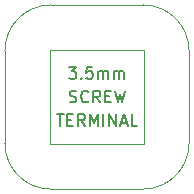
<source format=gbr>
%TF.GenerationSoftware,KiCad,Pcbnew,4.0.5-e0-6337~49~ubuntu16.04.1*%
%TF.CreationDate,2017-01-18T22:20:09-08:00*%
%TF.ProjectId,2x2-Screw-Terminal-3.5mm-Pitch,3278322D53637265772D5465726D696E,1.0*%
%TF.FileFunction,Other,Fab,Top*%
%FSLAX46Y46*%
G04 Gerber Fmt 4.6, Leading zero omitted, Abs format (unit mm)*
G04 Created by KiCad (PCBNEW 4.0.5-e0-6337~49~ubuntu16.04.1) date Wed Jan 18 22:20:09 2017*
%MOMM*%
%LPD*%
G01*
G04 APERTURE LIST*
%ADD10C,0.350000*%
%ADD11C,0.100000*%
%ADD12C,0.040640*%
%ADD13C,0.150000*%
G04 APERTURE END LIST*
D10*
D11*
X129795000Y-104775000D02*
X129795000Y-96775000D01*
X137795000Y-104775000D02*
X129795000Y-104775000D01*
X137795000Y-96775000D02*
X137795000Y-104775000D01*
X129795000Y-96775000D02*
X137795000Y-96775000D01*
D12*
X137695000Y-92975000D02*
X129895000Y-92975000D01*
X137695000Y-108575000D02*
X129895000Y-108575000D01*
X141595000Y-104675000D02*
X141595000Y-96875000D01*
X125995000Y-104675000D02*
X125995000Y-96875000D01*
X141595000Y-96875000D02*
G75*
G03X137695000Y-92975000I-3900000J0D01*
G01*
X137695000Y-108575000D02*
G75*
G03X141595000Y-104675000I0J3900000D01*
G01*
X125995000Y-104675000D02*
G75*
G03X129895000Y-108575000I3900000J0D01*
G01*
X129895000Y-92975000D02*
G75*
G03X125995000Y-96875000I0J-3900000D01*
G01*
D13*
X131485476Y-101179762D02*
X131628333Y-101227381D01*
X131866429Y-101227381D01*
X131961667Y-101179762D01*
X132009286Y-101132143D01*
X132056905Y-101036905D01*
X132056905Y-100941667D01*
X132009286Y-100846429D01*
X131961667Y-100798810D01*
X131866429Y-100751190D01*
X131675952Y-100703571D01*
X131580714Y-100655952D01*
X131533095Y-100608333D01*
X131485476Y-100513095D01*
X131485476Y-100417857D01*
X131533095Y-100322619D01*
X131580714Y-100275000D01*
X131675952Y-100227381D01*
X131914048Y-100227381D01*
X132056905Y-100275000D01*
X133056905Y-101132143D02*
X133009286Y-101179762D01*
X132866429Y-101227381D01*
X132771191Y-101227381D01*
X132628333Y-101179762D01*
X132533095Y-101084524D01*
X132485476Y-100989286D01*
X132437857Y-100798810D01*
X132437857Y-100655952D01*
X132485476Y-100465476D01*
X132533095Y-100370238D01*
X132628333Y-100275000D01*
X132771191Y-100227381D01*
X132866429Y-100227381D01*
X133009286Y-100275000D01*
X133056905Y-100322619D01*
X134056905Y-101227381D02*
X133723571Y-100751190D01*
X133485476Y-101227381D02*
X133485476Y-100227381D01*
X133866429Y-100227381D01*
X133961667Y-100275000D01*
X134009286Y-100322619D01*
X134056905Y-100417857D01*
X134056905Y-100560714D01*
X134009286Y-100655952D01*
X133961667Y-100703571D01*
X133866429Y-100751190D01*
X133485476Y-100751190D01*
X134485476Y-100703571D02*
X134818810Y-100703571D01*
X134961667Y-101227381D02*
X134485476Y-101227381D01*
X134485476Y-100227381D01*
X134961667Y-100227381D01*
X135295000Y-100227381D02*
X135533095Y-101227381D01*
X135723572Y-100513095D01*
X135914048Y-101227381D01*
X136152143Y-100227381D01*
X131414048Y-98227381D02*
X132033096Y-98227381D01*
X131699762Y-98608333D01*
X131842620Y-98608333D01*
X131937858Y-98655952D01*
X131985477Y-98703571D01*
X132033096Y-98798810D01*
X132033096Y-99036905D01*
X131985477Y-99132143D01*
X131937858Y-99179762D01*
X131842620Y-99227381D01*
X131556905Y-99227381D01*
X131461667Y-99179762D01*
X131414048Y-99132143D01*
X132461667Y-99132143D02*
X132509286Y-99179762D01*
X132461667Y-99227381D01*
X132414048Y-99179762D01*
X132461667Y-99132143D01*
X132461667Y-99227381D01*
X133414048Y-98227381D02*
X132937857Y-98227381D01*
X132890238Y-98703571D01*
X132937857Y-98655952D01*
X133033095Y-98608333D01*
X133271191Y-98608333D01*
X133366429Y-98655952D01*
X133414048Y-98703571D01*
X133461667Y-98798810D01*
X133461667Y-99036905D01*
X133414048Y-99132143D01*
X133366429Y-99179762D01*
X133271191Y-99227381D01*
X133033095Y-99227381D01*
X132937857Y-99179762D01*
X132890238Y-99132143D01*
X133890238Y-99227381D02*
X133890238Y-98560714D01*
X133890238Y-98655952D02*
X133937857Y-98608333D01*
X134033095Y-98560714D01*
X134175953Y-98560714D01*
X134271191Y-98608333D01*
X134318810Y-98703571D01*
X134318810Y-99227381D01*
X134318810Y-98703571D02*
X134366429Y-98608333D01*
X134461667Y-98560714D01*
X134604524Y-98560714D01*
X134699762Y-98608333D01*
X134747381Y-98703571D01*
X134747381Y-99227381D01*
X135223571Y-99227381D02*
X135223571Y-98560714D01*
X135223571Y-98655952D02*
X135271190Y-98608333D01*
X135366428Y-98560714D01*
X135509286Y-98560714D01*
X135604524Y-98608333D01*
X135652143Y-98703571D01*
X135652143Y-99227381D01*
X135652143Y-98703571D02*
X135699762Y-98608333D01*
X135795000Y-98560714D01*
X135937857Y-98560714D01*
X136033095Y-98608333D01*
X136080714Y-98703571D01*
X136080714Y-99227381D01*
X130390238Y-102227381D02*
X130961667Y-102227381D01*
X130675952Y-103227381D02*
X130675952Y-102227381D01*
X131295000Y-102703571D02*
X131628334Y-102703571D01*
X131771191Y-103227381D02*
X131295000Y-103227381D01*
X131295000Y-102227381D01*
X131771191Y-102227381D01*
X132771191Y-103227381D02*
X132437857Y-102751190D01*
X132199762Y-103227381D02*
X132199762Y-102227381D01*
X132580715Y-102227381D01*
X132675953Y-102275000D01*
X132723572Y-102322619D01*
X132771191Y-102417857D01*
X132771191Y-102560714D01*
X132723572Y-102655952D01*
X132675953Y-102703571D01*
X132580715Y-102751190D01*
X132199762Y-102751190D01*
X133199762Y-103227381D02*
X133199762Y-102227381D01*
X133533096Y-102941667D01*
X133866429Y-102227381D01*
X133866429Y-103227381D01*
X134342619Y-103227381D02*
X134342619Y-102227381D01*
X134818809Y-103227381D02*
X134818809Y-102227381D01*
X135390238Y-103227381D01*
X135390238Y-102227381D01*
X135818809Y-102941667D02*
X136295000Y-102941667D01*
X135723571Y-103227381D02*
X136056904Y-102227381D01*
X136390238Y-103227381D01*
X137199762Y-103227381D02*
X136723571Y-103227381D01*
X136723571Y-102227381D01*
M02*

</source>
